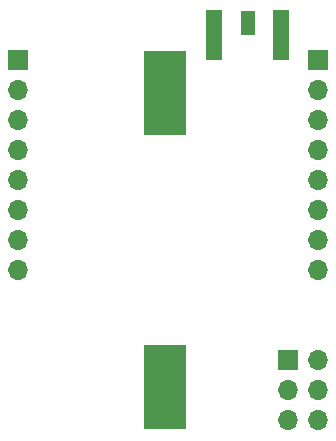
<source format=gbs>
%TF.GenerationSoftware,KiCad,Pcbnew,5.1.8*%
%TF.CreationDate,2020-11-15T15:49:45+01:00*%
%TF.ProjectId,LORA_ATTINY_v3,4c4f5241-5f41-4545-9449-4e595f76332e,rev?*%
%TF.SameCoordinates,Original*%
%TF.FileFunction,Soldermask,Bot*%
%TF.FilePolarity,Negative*%
%FSLAX46Y46*%
G04 Gerber Fmt 4.6, Leading zero omitted, Abs format (unit mm)*
G04 Created by KiCad (PCBNEW 5.1.8) date 2020-11-15 15:49:45*
%MOMM*%
%LPD*%
G01*
G04 APERTURE LIST*
%ADD10R,1.350000X4.200000*%
%ADD11R,1.200000X2.100000*%
%ADD12R,3.600000X7.100000*%
%ADD13R,1.700000X1.700000*%
%ADD14O,1.700000X1.700000*%
G04 APERTURE END LIST*
D10*
%TO.C,ANT1*%
X80676000Y-43561000D03*
X75026000Y-43561000D03*
D11*
X77851000Y-42570400D03*
%TD*%
D12*
%TO.C,BAT1*%
X70866000Y-48514000D03*
X70866000Y-73406000D03*
%TD*%
D13*
%TO.C,J1*%
X58420000Y-45720000D03*
D14*
X58420000Y-48260000D03*
X58420000Y-50800000D03*
X58420000Y-53340000D03*
X58420000Y-55880000D03*
X58420000Y-58420000D03*
X58420000Y-60960000D03*
X58420000Y-63500000D03*
%TD*%
%TO.C,J2*%
X83820000Y-63500000D03*
X83820000Y-60960000D03*
X83820000Y-58420000D03*
X83820000Y-55880000D03*
X83820000Y-53340000D03*
X83820000Y-50800000D03*
X83820000Y-48260000D03*
D13*
X83820000Y-45720000D03*
%TD*%
%TO.C,UPDI*%
X81280000Y-71120000D03*
D14*
X83820000Y-71120000D03*
X81280000Y-73660000D03*
X83820000Y-73660000D03*
X81280000Y-76200000D03*
X83820000Y-76200000D03*
%TD*%
M02*

</source>
